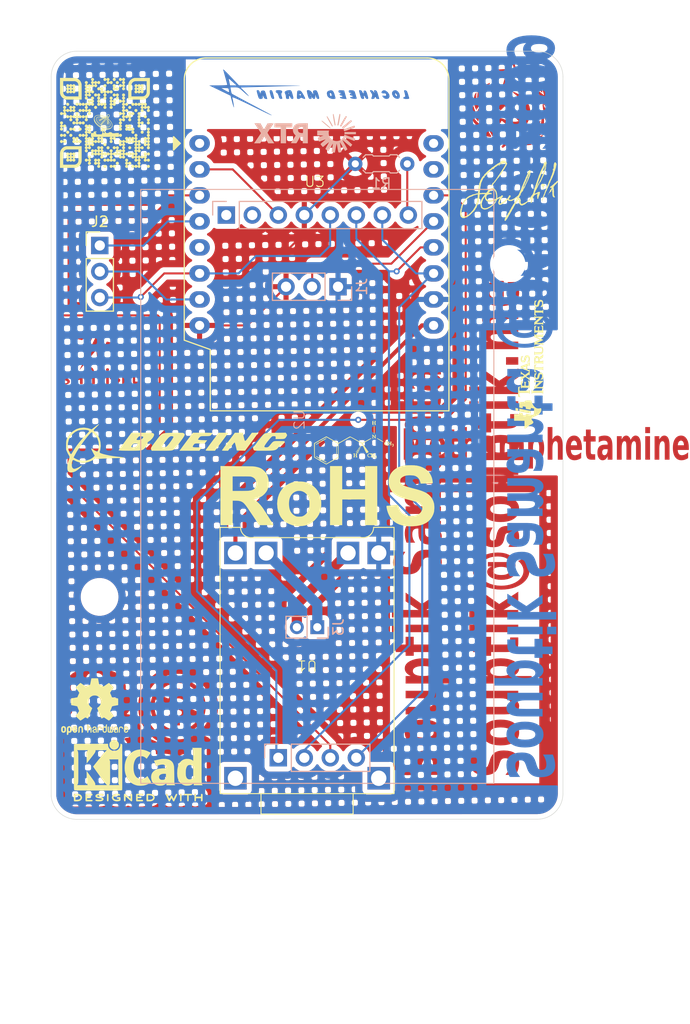
<source format=kicad_pcb>
(kicad_pcb (version 20241129) (generator "pcbnew") (generator_version "8.99")
  (layers (0 "F.Cu" signal) (2 "B.Cu" signal) (13 "F.Paste" user) (15 "B.Paste" user) (5 "F.SilkS" user "F.Silkscreen") (7 "B.SilkS" user "B.Silkscreen") (1 "F.Mask" user) (3 "B.Mask" user) (25 "Edge.Cuts" user))
  (net 0 "")
  (net 1 "GND")
  (net 2 "Net-(J3-Pin_2)")
  (net 3 "Net-(J3-Pin_1)")
  (net 4 "SIGD")
  (net 5 "SCK")
  (net 6 "VCC")
  (net 7 "IO1")
  (net 8 "IO4")
  (net 9 "IO5")
  (net 12 "5V")
  (net 13 "Net-(U2-LED)")
  (net 15 "MOSI")
  (net 16 "IO3")
  (net 17 "MISO")
  (net 18 "IO10")
  (net 23 "IO0")
  (footprint "Connector_PinHeader_2.54mm:PinHeader_1x03_P2.54mm_Vertical" (layer "F.Cu") (at 179.75 43.975)
    (property "Reference" "J2")
    (property "Value" "EXTRA PINS")
  )
  (footprint "asylum-weather:TP4056" (layer "F.Cu") (at 200 84.5 180)
    (property "Reference" "U1")
    (property "Value" "~")
  )
  (footprint "kicadlogos:isromaskf" (layer "F.Cu") (at 180 55.8)
    (property "Reference" "G***" (hide yes))
    (property "Value" "LOGO" (hide yes))
  )
  (footprint "kicadlogos:sign" (layer "F.Cu") (at 221.6 38.8)
    (property "Reference" "G***" (hide yes))
    (property "Value" "LOGO" (hide yes))
  )
  (footprint "Symbol:OSHW-Logo2_7.3x6mm_Copper" (layer "F.Cu") (at 179.25 89)
    (property "Reference" "REF**" (hide yes))
    (property "Value" "OSHW-Logo2_7.3x6mm_Copper" (hide yes))
  )
  (footprint "kicadlogos:communismsoldermask" (layer "F.Cu") (at 219.969675 30.40958)
    (property "Reference" "G***" (hide yes))
    (property "Value" "LOGO" (hide yes))
  )
  (footprint "kicadlogos:isro" (layer "F.Cu") (at 180 55.8)
    (property "Reference" "G***" (hide yes))
    (property "Value" "LOGO" (hide yes))
  )
  (footprint "kicadlogos:boeing" (layer "F.Cu") (at 187.2 63.4)
    (property "Reference" "G***" (hide yes))
    (property "Value" "LOGO" (hide yes))
  )
  (footprint "MountingHole:MountingHole_3.2mm_M3" (layer "F.Cu") (at 219.729 45.79)
    (property "Reference" "REF**" (hide yes))
    (property "Value" "MountingHole_3.2mm_M3")
  )
  (footprint "Symbol:Symbol_CC-Noncommercial_CopperTop_Small" (layer "F.Cu") (at 187.4 89)
    (property "Reference" "REF**" (hide yes))
    (property "Value" "Symbol_CC-Noncommercial_CopperTop_Small" (hide yes))
  )
  (footprint "asylum-weather:WEMOS_C3_mini" (layer "F.Cu") (at 200.93 41.5)
    (property "Reference" "U3")
    (property "Value" "WEMOS_C3_Mini")
  )
  (footprint "Symbol:KiCad-Logo2_5mm_Copper" (layer "F.Cu") (at 183.5 95.25)
    (property "Reference" "REF**" (hide yes))
    (property "Value" "KiCad-Logo2_5mm_Copper" (hide yes))
  )
  (footprint "Symbol:KiCad-Logo2_5mm_SilkScreen" (layer "F.Cu") (at 183.5 95.25)
    (property "Reference" "REF**" (hide yes))
    (property "Value" "KiCad-Logo2_5mm_SilkScreen" (hide yes))
  )
  (footprint "kicadlogos:meth" (layer "F.Cu") (at 204.6 63.2)
    (property "Reference" "G***" (hide yes))
    (property "Value" "LOGO" (hide yes))
  )
  (footprint "Symbol:RoHS-Logo_6mm_SilkScreen" (layer "F.Cu") (at 202 68.4)
    (property "Reference" "REF**" (hide yes))
    (property "Value" "RoHS-Logo_6mm_SilkScreen" (hide yes))
  )
  (footprint "kicadlogos:communismsoldermask" (layer "F.Cu") (at 220 30.4)
    (property "Reference" "G***" (hide yes))
    (property "Value" "LOGO" (hide yes))
  )
  (footprint "kicadlogos:texasTi" (layer "F.Cu") (at 221.6 55.6 90)
    (property "Reference" "G***" (hide yes))
    (property "Value" "LOGO" (hide yes))
  )
  (footprint "kicadlogos:website" (layer "F.Cu") (at 180.25 32)
    (property "Reference" "G***" (hide yes))
    (property "Value" "LOGO" (hide yes))
  )
  (footprint "MountingHole:MountingHole_3.2mm_M3" (layer "F.Cu") (at 179.729 78.29)
    (property "Reference" "REF**" (hide yes))
    (property "Value" "MountingHole_3.2mm_M3" (hide yes))
  )
  (footprint "Symbol:OSHW-Logo2_7.3x6mm_SilkScreen" (layer "F.Cu") (at 179.25 89)
    (property "Reference" "REF**" (hide yes))
    (property "Value" "OSHW-Logo2_7.3x6mm_SilkScreen" (hide yes))
  )
  (footprint "kicadlogos:lockheedsoldermask" (layer "B.Cu") (at 200.195233 29.385885 180)
    (property "Reference" "G***" (hide yes))
    (property "Value" "LOGO" (hide yes))
  )
  (footprint "PCM_Resistor_THT_AKL:R_Axial_DIN0204_L3.6mm_D1.6mm_P5.08mm_Horizontal" (layer "B.Cu") (at 204.71 36)
    (property "Reference" "R1")
    (property "Value" "10" (hide yes))
  )
  (footprint "asylum-weather:TFT_ST7735_SD" (layer "B.Cu") (at 200.75 61 -90)
    (property "Reference" "U2")
    (property "Value" "TFT_ST7735_SD")
  )
  (footprint "Connector_PinHeader_2.54mm:PinHeader_1x03_P2.54mm_Vertical" (layer "B.Cu") (at 203.025 48 90)
    (property "Reference" "J1")
    (property "Value" "dht11")
  )
  (footprint "Connector_PinHeader_2.00mm:PinHeader_1x02_P2.00mm_Vertical" (layer "B.Cu") (at 201 81.25 90)
    (property "Reference" "J3")
    (property "Value" "Conn_01x02_Pin")
  )
  (footprint "kicadlogos:Lockheedf.cu" (layer "B.Cu") (at 200.2 29.4 180)
    (property "Reference" "G***" (hide yes))
    (property "Value" "LOGO" (hide yes))
  )
  (footprint "kicadlogos:rtx" (layer "B.Cu") (at 199.8 33 180)
    (property "Reference" "G***" (hide yes))
    (property "Value" "LOGO" (hide yes))
  )
  (gr_line (start 175 97.75) (end 175 27.5) (stroke (width 0.05)) (layer "Edge.Cuts"))
  (gr_arc (start 177.5 100.012469) (mid 175.81412 99.362877) (end 175 97.75) (stroke (width 0.05)) (layer "Edge.Cuts"))
  (gr_line (start 177.5 25) (end 222.5 25) (stroke (width 0.05)) (layer "Edge.Cuts"))
  (gr_arc (start 222.5 25) (mid 224.267767 25.732233) (end 225 27.5) (stroke (width 0.05)) (layer "Edge.Cuts"))
  (gr_line (start 222.5 100) (end 177.5 100.012469) (stroke (width 0.05)) (layer "Edge.Cuts"))
  (gr_arc (start 175 27.5) (mid 175.732233 25.732233) (end 177.5 25) (stroke (width 0.05)) (layer "Edge.Cuts"))
  (gr_arc (start 225 97.5) (mid 224.267767 99.267767) (end 222.5 100) (stroke (width 0.05)) (layer "Edge.Cuts"))
  (gr_line (start 225 27.5) (end 225 97.5) (stroke (width 0.05)) (layer "Edge.Cuts"))
  (gr_text "Souptik Samanta\nSouptik@souptik.me" (at 221.4 96 90) (layer "F.Cu") (effects (font (size 4.5 3) (thickness 0.035714) (bold yes)) (justify left bottom)))
  (gr_text "Methamphetamine" (at 209.2 65.4 0) (layer "F.Cu") (effects (font (size 3 1.9) (thickness 0.035714) (bold yes)) (justify left bottom)))
  (gr_text "Souptik Samanta @04-09-2009\n" (at 218.8 96.2 270) (layer "B.Cu") (effects (font (size 4.5 3) (thickness 0.035714) (bold yes)) (justify left bottom mirror)))
  (segment (start 199 81.25) (end 199 79) (width 1) (layer "F.Cu") (net 2))
  (segment (start 199 79) (end 204 74) (width 1) (layer "F.Cu") (net 2))
  (segment (start 196 74) (end 201 79) (width 1) (layer "B.Cu") (net 3))
  (segment (start 201 79) (end 201 81.25) (width 1) (layer "B.Cu") (net 3))
  (segment (start 200.5 47.985) (end 200.5 45.75) (width 0.2) (layer "F.Cu") (net 4))
  (segment (start 200.5 45.75) (end 208.23 45.75) (width 0.2) (layer "F.Cu") (net 4))
  (segment (start 200.485 48) (end 200.5 47.985) (width 0.2) (layer "F.Cu") (net 4))
  (segment (start 208.23 45.75) (end 212.36 41.62) (width 0.2) (layer "F.Cu") (net 4))
  (segment (start 212.36 46.7) (end 212.3 46.7) (width 0.2) (layer "B.Cu") (net 5))
  (segment (start 207.35 43.4) (end 207.35 41) (width 0.2) (layer "B.Cu") (net 5))
  (segment (start 212.3 46.7) (end 209 50) (width 0.2) (layer "B.Cu") (net 5))
  (segment (start 211.25 69.75) (end 211.25 87.56) (width 0.2) (layer "B.Cu") (net 5))
  (segment (start 211.25 87.56) (end 204.81 94) (width 0.2) (layer "B.Cu") (net 5))
  (segment (start 212.36 46.7) (end 210.65 46.7) (width 0.2) (layer "B.Cu") (net 5))
  (segment (start 210.65 46.7) (end 207.35 43.4) (width 0.2) (layer "B.Cu") (net 5))
  (segment (start 209 50) (end 209 67.5) (width 0.2) (layer "B.Cu") (net 5))
  (segment (start 209 67.5) (end 211.25 69.75) (width 0.2) (layer "B.Cu") (net 5))
  (segment (start 199.73 42.77) (end 197.945 44.555) (width 0.2) (layer "F.Cu") (net 6))
  (segment (start 189.5 51.78) (end 194.165 51.78) (width 0.2) (layer "F.Cu") (net 6))
  (segment (start 194.165 51.78) (end 197.945 48) (width 0.2) (layer "F.Cu") (net 6))
  (segment (start 199.73 41) (end 199.73 42.77) (width 0.2) (layer "F.Cu") (net 6))
  (segment (start 197.945 44.555) (end 197.945 48) (width 0.2) (layer "F.Cu") (net 6))
  (segment (start 199.73 40.98) (end 199.73 41) (width 0.2) (layer "B.Cu") (net 6))
  (segment (start 204.71 36) (end 199.73 40.98) (width 0.2) (layer "B.Cu") (net 6))
  (segment (start 183.725 43.975) (end 183.75 44) (width 0.2) (layer "B.Cu") (net 7))
  (segment (start 186.38 41.62) (end 189.5 41.62) (width 0.2) (layer "B.Cu") (net 7))
  (segment (start 184 44) (end 186.38 41.62) (width 0.2) (layer "B.Cu") (net 7))
  (segment (start 183.75 44) (end 184 44) (width 0.2) (layer "B.Cu") (net 7))
  (segment (start 179.75 43.975) (end 183.725 43.975) (width 0.2) (layer "B.Cu") (net 7))
  (segment (start 186.05 46.7) (end 189.5 46.7) (width 0.2) (layer "F.Cu") (net 8))
  (segment (start 183.75 49) (end 186.05 46.7) (width 0.2) (layer "F.Cu") (net 8))
  (via (at 183.75 49) (size 0.6) (drill 0.3) (layers "F.Cu" "B.Cu") (net 8))
  (segment (start 193.3 46.7) (end 195 45) (width 0.2) (layer "B.Cu") (net 8))
  (segment (start 202.25 41.02) (end 202.27 41) (width 0.2) (layer "B.Cu") (net 8))
  (segment (start 189.5 46.7) (end 193.3 46.7) (width 0.2) (layer "B.Cu") (net 8))
  (segment (start 201.25 45) (end 202.25 44) (width 0.2) (layer "B.Cu") (net 8))
  (segment (start 179.75 49.055) (end 183.695 49.055) (width 0.2) (layer "B.Cu") (net 8))
  (segment (start 202.25 44) (end 202.25 41.02) (width 0.2) (layer "B.Cu") (net 8))
  (segment (start 183.695 49.055) (end 183.75 49) (width 0.2) (layer "B.Cu") (net 8))
  (segment (start 195 45) (end 201.25 45) (width 0.2) (layer "B.Cu") (net 8))
  (segment (start 186.75 49.25) (end 186.76 49.24) (width 0.2) (layer "B.Cu") (net 9))
  (segment (start 183.515 46.515) (end 186.25 49.25) (width 0.2) (layer "B.Cu") (net 9))
  (segment (start 186.25 49.25) (end 186.75 49.25) (width 0.2) (layer "B.Cu") (net 9))
  (segment (start 186.76 49.24) (end 189.5 49.24) (width 0.2) (layer "B.Cu") (net 9))
  (segment (start 179.75 46.515) (end 183.515 46.515) (width 0.2) (layer "B.Cu") (net 9))
  (segment (start 193 70) (end 193 74) (width 0.4) (layer "F.Cu") (net 12))
  (segment (start 212.36 51.78) (end 211.22 51.78) (width 0.4) (layer "F.Cu") (net 12))
  (segment (start 211.22 51.78) (end 193 70) (width 0.4) (layer "F.Cu") (net 12))
  (segment (start 209.79 36) (end 209.79 40.9) (width 0.2) (layer "F.Cu") (net 13))
  (segment (start 209.79 40.9) (end 209.89 41) (width 0.2) (layer "F.Cu") (net 13))
  (segment (start 208.75 46.5) (end 211.09 44.16) (width 0.2) (layer "F.Cu") (net 15))
  (segment (start 211.09 44.16) (end 212.36 44.16) (width 0.2) (layer "F.Cu") (net 15))
  (via (at 208.75 46.5) (size 0.6) (drill 0.3) (layers "F.Cu" "B.Cu") (net 15))
  (segment (start 199.73 93.27) (end 210 83) (width 0.2) (layer "B.Cu") (net 15))
  (segment (start 210 70.3171) (end 208 68.3171) (width 0.2) (layer "B.Cu") (net 15))
  (segment (start 204.81 41) (end 204.81 43.31) (width 0.2) (layer "B.Cu") (net 15))
  (segment (start 199.73 94) (end 199.73 93.27) (width 0.2) (layer "B.Cu") (net 15))
  (segment (start 210 83) (end 210 70.3171) (width 0.2) (layer "B.Cu") (net 15))
  (segment (start 204.81 43.31) (end 206.25 44.75) (width 0.2) (layer "B.Cu") (net 15))
  (segment (start 208 68.3171) (end 208 46.5) (width 0.2) (layer "B.Cu") (net 15))
  (segment (start 208 46.5) (end 208.75 46.5) (width 0.2) (layer "B.Cu") (net 15))
  (segment (start 206.25 44.75) (end 208 46.5) (width 0.2) (layer "B.Cu") (net 15))
  (segment (start 192.73 36.54) (end 189.5 36.54) (width 0.2) (layer "F.Cu") (net 16))
  (segment (start 197.19 41) (end 192.73 36.54) (width 0.2) (layer "F.Cu") (net 16))
  (segment (start 185.6 61.6) (end 184 63.2) (width 0.2) (layer "F.Cu") (net 17))
  (segment (start 202.27 92.77) (end 202.27 94) (width 0.2) (layer "F.Cu") (net 17))
  (segment (start 189.5 39.08) (end 185.92 39.08) (width 0.2) (layer "F.Cu") (net 17))
  (segment (start 176 66.5) (end 202.27 92.77) (width 0.2) (layer "F.Cu") (net 17))
  (segment (start 176 63.2) (end 176 66.5) (width 0.2) (layer "F.Cu") (net 17))
  (segment (start 176 40) (end 176 50.8) (width 0.2) (layer "F.Cu") (net 17))
  (segment (start 185 40) (end 176 40) (width 0.2) (layer "F.Cu") (net 17))
  (segment (start 184 63.2) (end 176 63.2) (width 0.2) (layer "F.Cu") (net 17))
  (segment (start 185.6 51) (end 185.6 61.6) (width 0.2) (layer "F.Cu") (net 17))
  (segment (start 185.92 39.08) (end 185 40) (width 0.2) (layer "F.Cu") (net 17))
  (segment (start 185.4 50.8) (end 185.6 51) (width 0.2) (layer "F.Cu") (net 17))
  (segment (start 176 50.8) (end 185.4 50.8) (width 0.2) (layer "F.Cu") (net 17))
  (segment (start 215.5 59) (end 215.5 40.3) (width 0.2) (layer "F.Cu") (net 18))
  (segment (start 215.5 40.3) (end 214.28 39.08) (width 0.2) (layer "F.Cu") (net 18))
  (segment (start 213.5 61) (end 215.5 59) (width 0.2) (layer "F.Cu") (net 18))
  (segment (start 214.28 39.08) (end 212.36 39.08) (width 0.2) (layer "F.Cu") (net 18))
  (segment (start 205 61) (end 213.5 61) (width 0.2) (layer "F.Cu") (net 18))
  (via (at 205 61) (size 0.6) (drill 0.3) (layers "F.Cu" "B.Cu") (net 18))
  (segment (start 197.19 94.31) (end 197 94.5) (width 0.2) (layer "B.Cu") (net 18))
  (segment (start 197 94.5) (end 197 85.5) (width 0.2) (layer "B.Cu") (net 18))
  (segment (start 197.19 94) (end 197.19 94.31) (width 0.2) (layer "B.Cu") (net 18))
  (segment (start 197.25 61) (end 205 61) (width 0.2) (layer "B.Cu") (net 18))
  (segment (start 189.25 77.75) (end 189.25 69) (width 0.2) (layer "B.Cu") (net 18))
  (segment (start 197 85.5) (end 189.75 78.25) (width 0.2) (layer "B.Cu") (net 18))
  (segment (start 189.25 69) (end 197.25 61) (width 0.2) (layer "B.Cu") (net 18))
  (segment (start 189.75 78.25) (end 189.25 77.75) (width 0.2) (layer "B.Cu") (net 18))
  (zone (net 6) (net_name "VCC") (layer "F.Cu") (priority 1) (connect_pads (clearance 0.5)) (min_thickness 0.25) (fill yes (mode hatch) (thermal_gap 0.5) (thermal_bridge_width 0.5) (hatch_thickness 0.7) (hatch_gap 0.6) (hatch_orientation 1) (hatch_smoothing_level 3) (hatch_smoothing_value 0.9) (hatch_border_algorithm hatch_thickness) (hatch_min_hole_area 0.3))
    (polygon (pts (xy 170 20) (xy 235 20) (xy 235 120) (xy 170 120)))
  )
  (zone (net 1) (net_name "GND") (layer "B.Cu") (connect_pads (clearance 0.5)) (min_thickness 0.25) (fill yes (mode hatch) (thermal_gap 0.5) (thermal_bridge_width 0.5) (hatch_thickness 0.7) (hatch_gap 0.6) (hatch_orientation 1) (hatch_smoothing_level 3) (hatch_smoothing_value 0.9) (hatch_border_algorithm hatch_thickness) (hatch_min_hole_area 0.3))
    (polygon (pts (xy 172.5 22.5) (xy 232.5 22.5) (xy 232.5 117.5) (xy 172.5 117.5) (xy 172.5 25)))
  )
)
</source>
